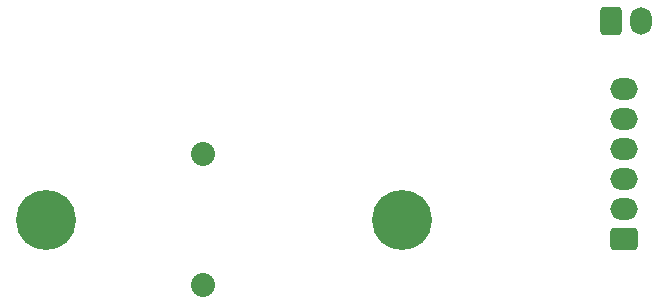
<source format=gbr>
%TF.GenerationSoftware,KiCad,Pcbnew,7.0.10*%
%TF.CreationDate,2024-03-05T16:05:14-06:00*%
%TF.ProjectId,smart_helmet,736d6172-745f-4686-956c-6d65742e6b69,rev?*%
%TF.SameCoordinates,Original*%
%TF.FileFunction,Soldermask,Bot*%
%TF.FilePolarity,Negative*%
%FSLAX46Y46*%
G04 Gerber Fmt 4.6, Leading zero omitted, Abs format (unit mm)*
G04 Created by KiCad (PCBNEW 7.0.10) date 2024-03-05 16:05:14*
%MOMM*%
%LPD*%
G01*
G04 APERTURE LIST*
G04 Aperture macros list*
%AMRoundRect*
0 Rectangle with rounded corners*
0 $1 Rounding radius*
0 $2 $3 $4 $5 $6 $7 $8 $9 X,Y pos of 4 corners*
0 Add a 4 corners polygon primitive as box body*
4,1,4,$2,$3,$4,$5,$6,$7,$8,$9,$2,$3,0*
0 Add four circle primitives for the rounded corners*
1,1,$1+$1,$2,$3*
1,1,$1+$1,$4,$5*
1,1,$1+$1,$6,$7*
1,1,$1+$1,$8,$9*
0 Add four rect primitives between the rounded corners*
20,1,$1+$1,$2,$3,$4,$5,0*
20,1,$1+$1,$4,$5,$6,$7,0*
20,1,$1+$1,$6,$7,$8,$9,0*
20,1,$1+$1,$8,$9,$2,$3,0*%
G04 Aperture macros list end*
%ADD10C,2.032000*%
%ADD11C,5.080000*%
%ADD12O,2.336800X1.828800*%
%ADD13RoundRect,0.262758X0.905642X-0.651642X0.905642X0.651642X-0.905642X0.651642X-0.905642X-0.651642X0*%
%ADD14O,1.828800X2.336800*%
%ADD15RoundRect,0.262758X-0.651642X-0.905642X0.651642X-0.905642X0.651642X0.905642X-0.651642X0.905642X0*%
G04 APERTURE END LIST*
D10*
%TO.C,U3*%
X146483800Y-120565100D03*
X146483800Y-109516100D03*
D11*
X163374800Y-115040600D03*
X133199600Y-115040600D03*
%TD*%
D12*
%TO.C,SensorConn1*%
X182118720Y-103957541D03*
X182118720Y-106497541D03*
X182118720Y-109037541D03*
X182118720Y-111577541D03*
X182118720Y-114117541D03*
D13*
X182118720Y-116657541D03*
%TD*%
D14*
%TO.C,+12V_Battery1*%
X183612780Y-98259739D03*
D15*
X181072780Y-98259739D03*
%TD*%
M02*

</source>
